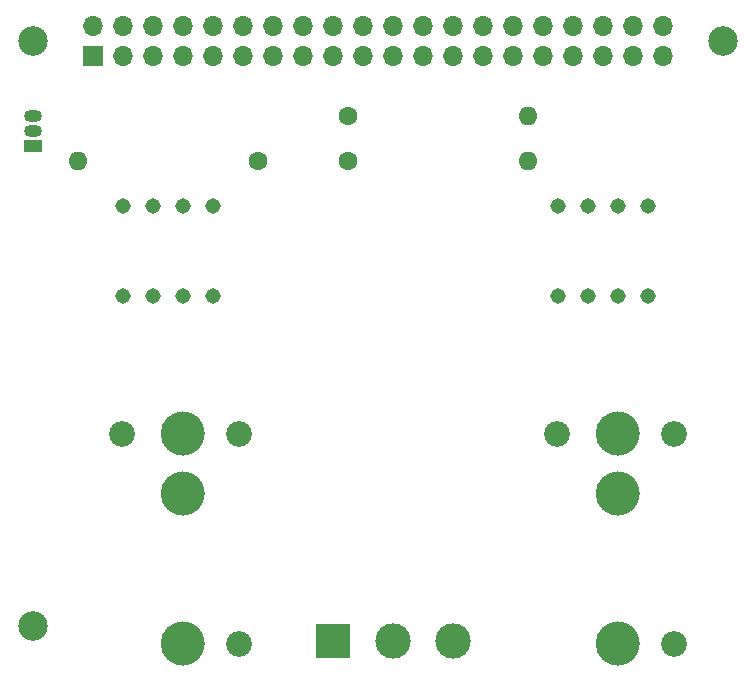
<source format=gbr>
%TF.GenerationSoftware,KiCad,Pcbnew,5.1.10-88a1d61d58~90~ubuntu20.04.1*%
%TF.CreationDate,2021-09-14T14:26:02-04:00*%
%TF.ProjectId,tele-pi,74656c65-2d70-4692-9e6b-696361645f70,rev?*%
%TF.SameCoordinates,Original*%
%TF.FileFunction,Soldermask,Top*%
%TF.FilePolarity,Negative*%
%FSLAX46Y46*%
G04 Gerber Fmt 4.6, Leading zero omitted, Abs format (unit mm)*
G04 Created by KiCad (PCBNEW 5.1.10-88a1d61d58~90~ubuntu20.04.1) date 2021-09-14 14:26:02*
%MOMM*%
%LPD*%
G01*
G04 APERTURE LIST*
%ADD10C,1.879600*%
%ADD11C,2.500000*%
%ADD12O,1.600000X1.600000*%
%ADD13C,1.600000*%
%ADD14C,3.000000*%
%ADD15R,3.000000X3.000000*%
%ADD16C,1.308100*%
%ADD17C,2.171700*%
%ADD18C,3.251200*%
%ADD19R,1.500000X1.050000*%
%ADD20O,1.500000X1.050000*%
%ADD21O,1.700000X1.700000*%
%ADD22R,1.700000X1.700000*%
G04 APERTURE END LIST*
D10*
%TO.C,KEYBOARD-(RX)*%
X129209800Y-92913200D02*
G75*
G03*
X129209800Y-92913200I-939800J0D01*
G01*
X129209800Y-97993200D02*
G75*
G03*
X129209800Y-97993200I-939800J0D01*
G01*
X129209800Y-110693200D02*
G75*
G03*
X129209800Y-110693200I-939800J0D01*
G01*
%TO.C,PRINTER-(TX)*%
X92379800Y-92913200D02*
G75*
G03*
X92379800Y-92913200I-939800J0D01*
G01*
X92379800Y-97993200D02*
G75*
G03*
X92379800Y-97993200I-939800J0D01*
G01*
X92379800Y-110693200D02*
G75*
G03*
X92379800Y-110693200I-939800J0D01*
G01*
%TD*%
D11*
%TO.C,REF\u002A\u002A*%
X78740000Y-59690000D03*
%TD*%
%TO.C,REF\u002A\u002A*%
X137160000Y-59690000D03*
%TD*%
%TO.C,REF\u002A\u002A*%
X78740000Y-109220000D03*
%TD*%
D12*
%TO.C,R1*%
X82550000Y-69850000D03*
D13*
X97790000Y-69850000D03*
%TD*%
D14*
%TO.C,+            -*%
X114300000Y-110490000D03*
X109220000Y-110490000D03*
D15*
X104140000Y-110490000D03*
%TD*%
D12*
%TO.C,R3*%
X120650000Y-66040000D03*
D13*
X105410000Y-66040000D03*
%TD*%
D12*
%TO.C,R2*%
X120650000Y-69850000D03*
D13*
X105410000Y-69850000D03*
%TD*%
D16*
%TO.C,K2*%
X123190000Y-73660000D03*
X125730000Y-73660000D03*
X128270000Y-73660000D03*
X130810000Y-73660000D03*
X130810000Y-81280000D03*
X128270000Y-81280000D03*
X125730000Y-81280000D03*
X123190000Y-81280000D03*
%TD*%
D17*
%TO.C,KEYBOARD-(RX)*%
X123113800Y-92913200D03*
X133019800Y-92913200D03*
X133019800Y-110693200D03*
D18*
X128270000Y-92913200D03*
X128270000Y-97993200D03*
X128270000Y-110693200D03*
%TD*%
D16*
%TO.C,K1*%
X93980000Y-81280000D03*
X91440000Y-81280000D03*
X88900000Y-81280000D03*
X86360000Y-81280000D03*
X86360000Y-73660000D03*
X88900000Y-73660000D03*
X91440000Y-73660000D03*
X93980000Y-73660000D03*
%TD*%
D19*
%TO.C,Q1*%
X78740000Y-68580000D03*
D20*
X78740000Y-66040000D03*
X78740000Y-67310000D03*
%TD*%
D21*
%TO.C,J1*%
X132080000Y-58420000D03*
X132080000Y-60960000D03*
X129540000Y-58420000D03*
X129540000Y-60960000D03*
X127000000Y-58420000D03*
X127000000Y-60960000D03*
X124460000Y-58420000D03*
X124460000Y-60960000D03*
X121920000Y-58420000D03*
X121920000Y-60960000D03*
X119380000Y-58420000D03*
X119380000Y-60960000D03*
X116840000Y-58420000D03*
X116840000Y-60960000D03*
X114300000Y-58420000D03*
X114300000Y-60960000D03*
X111760000Y-58420000D03*
X111760000Y-60960000D03*
X109220000Y-58420000D03*
X109220000Y-60960000D03*
X106680000Y-58420000D03*
X106680000Y-60960000D03*
X104140000Y-58420000D03*
X104140000Y-60960000D03*
X101600000Y-58420000D03*
X101600000Y-60960000D03*
X99060000Y-58420000D03*
X99060000Y-60960000D03*
X96520000Y-58420000D03*
X96520000Y-60960000D03*
X93980000Y-58420000D03*
X93980000Y-60960000D03*
X91440000Y-58420000D03*
X91440000Y-60960000D03*
X88900000Y-58420000D03*
X88900000Y-60960000D03*
X86360000Y-58420000D03*
X86360000Y-60960000D03*
X83820000Y-58420000D03*
D22*
X83820000Y-60960000D03*
%TD*%
D17*
%TO.C,PRINTER-(TX)*%
X86283800Y-92913200D03*
X96189800Y-92913200D03*
X96189800Y-110693200D03*
D18*
X91440000Y-92913200D03*
X91440000Y-97993200D03*
X91440000Y-110693200D03*
%TD*%
M02*

</source>
